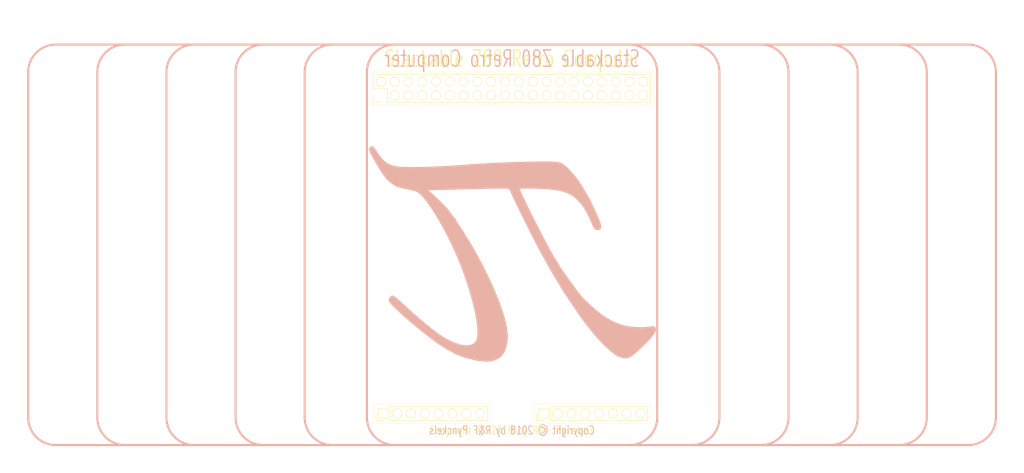
<source format=kicad_pcb>
(kicad_pcb (version 20171130) (host pcbnew "(5.0.1)-3")

  (general
    (thickness 1.6)
    (drawings 200)
    (tracks 0)
    (zones 0)
    (modules 1)
    (nets 1)
  )

  (page A4)
  (title_block
    (title "S80 - Stackable Z80")
    (date 2018-10-22)
    (rev 1.0)
    (comment 1 "Copyright (c) 2018 by R&F Pynckels")
  )

  (layers
    (0 F.Cu signal)
    (31 B.Cu signal)
    (34 B.Paste user)
    (35 F.Paste user)
    (36 B.SilkS user)
    (37 F.SilkS user)
    (38 B.Mask user)
    (39 F.Mask user)
    (40 Dwgs.User user)
    (44 Edge.Cuts user)
    (45 Margin user)
    (46 B.CrtYd user)
    (47 F.CrtYd user)
    (48 B.Fab user)
    (49 F.Fab user)
  )

  (setup
    (last_trace_width 0.1524)
    (user_trace_width 0.254)
    (user_trace_width 0.254)
    (user_trace_width 0.254)
    (user_trace_width 0.254)
    (user_trace_width 0.254)
    (user_trace_width 0.254)
    (user_trace_width 0.254)
    (user_trace_width 0.254)
    (user_trace_width 0.254)
    (user_trace_width 0.254)
    (user_trace_width 0.254)
    (user_trace_width 0.254)
    (user_trace_width 0.254)
    (user_trace_width 0.254)
    (user_trace_width 0.254)
    (user_trace_width 0.254)
    (user_trace_width 0.254)
    (user_trace_width 0.254)
    (user_trace_width 0.254)
    (user_trace_width 0.254)
    (user_trace_width 0.254)
    (user_trace_width 0.254)
    (user_trace_width 0.254)
    (user_trace_width 0.254)
    (user_trace_width 0.254)
    (user_trace_width 0.254)
    (user_trace_width 0.254)
    (user_trace_width 0.254)
    (user_trace_width 0.254)
    (user_trace_width 0.254)
    (user_trace_width 0.254)
    (user_trace_width 0.254)
    (user_trace_width 0.254)
    (user_trace_width 0.254)
    (user_trace_width 0.254)
    (user_trace_width 0.254)
    (user_trace_width 0.254)
    (user_trace_width 0.254)
    (user_trace_width 0.254)
    (user_trace_width 0.254)
    (user_trace_width 0.254)
    (user_trace_width 0.254)
    (user_trace_width 0.254)
    (user_trace_width 0.254)
    (user_trace_width 0.254)
    (user_trace_width 0.254)
    (trace_clearance 0.1524)
    (zone_clearance 0.1524)
    (zone_45_only yes)
    (trace_min 0.1524)
    (segment_width 0.2)
    (edge_width 0.2)
    (via_size 0.6858)
    (via_drill 0.3302)
    (via_min_size 0.508)
    (via_min_drill 0.254)
    (uvia_size 0.6858)
    (uvia_drill 0.3302)
    (uvias_allowed no)
    (uvia_min_size 0.2)
    (uvia_min_drill 0.1)
    (pcb_text_width 0.3)
    (pcb_text_size 1.5 1.5)
    (mod_edge_width 0.15)
    (mod_text_size 1 1)
    (mod_text_width 0.15)
    (pad_size 1.7 1.7)
    (pad_drill 1)
    (pad_to_mask_clearance 0.0508)
    (solder_mask_min_width 0.25)
    (aux_axis_origin 0 0)
    (visible_elements 7FFFF77F)
    (pcbplotparams
      (layerselection 0x010f0_ffffffff)
      (usegerberextensions true)
      (usegerberattributes true)
      (usegerberadvancedattributes false)
      (creategerberjobfile false)
      (excludeedgelayer true)
      (linewidth 0.150000)
      (plotframeref false)
      (viasonmask false)
      (mode 1)
      (useauxorigin false)
      (hpglpennumber 1)
      (hpglpenspeed 20)
      (hpglpendiameter 15.000000)
      (psnegative false)
      (psa4output false)
      (plotreference true)
      (plotvalue true)
      (plotinvisibletext false)
      (padsonsilk false)
      (subtractmaskfromsilk false)
      (outputformat 1)
      (mirror false)
      (drillshape 0)
      (scaleselection 1)
      (outputdirectory "../../Gerbers/S80 Serial/"))
  )

  (net 0 "")

  (net_class Default "This is the default net class."
    (clearance 0.1524)
    (trace_width 0.1524)
    (via_dia 0.6858)
    (via_drill 0.3302)
    (uvia_dia 0.6858)
    (uvia_drill 0.3302)
    (diff_pair_gap 0.254)
    (diff_pair_width 0.254)
  )

  (module Pynckels:pi (layer B.Cu) (tedit 0) (tstamp 5BEBEB57)
    (at 150.749 104.14 180)
    (fp_text reference G*** (at 0 0 180) (layer B.SilkS) hide
      (effects (font (size 1.524 1.524) (thickness 0.3)) (justify mirror))
    )
    (fp_text value LOGO (at 0.75 0 180) (layer B.SilkS) hide
      (effects (font (size 1.524 1.524) (thickness 0.3)) (justify mirror))
    )
    (fp_poly (pts (xy 26.685906 19.414938) (xy 26.948481 19.23181) (xy 27.132005 19.022302) (xy 27.178549 18.825269)
      (xy 27.095306 18.524708) (xy 27.00644 18.297296) (xy 26.811077 17.884526) (xy 26.487382 17.282321)
      (xy 26.072608 16.554261) (xy 25.604006 15.763927) (xy 25.11883 14.974897) (xy 24.654332 14.250753)
      (xy 24.498601 14.017081) (xy 23.842557 13.229348) (xy 23.021589 12.514116) (xy 22.252807 12.029422)
      (xy 21.885388 11.890209) (xy 21.314411 11.727419) (xy 20.634669 11.566681) (xy 20.259524 11.490476)
      (xy 19.569141 11.344461) (xy 18.9451 11.186717) (xy 18.478309 11.0414) (xy 18.321349 10.975428)
      (xy 17.816484 10.605742) (xy 17.218235 9.984089) (xy 16.544081 9.13983) (xy 15.811502 8.102323)
      (xy 15.037979 6.900926) (xy 14.240991 5.564999) (xy 13.438019 4.1239) (xy 12.64654 2.606987)
      (xy 11.884037 1.04362) (xy 11.167988 -0.536843) (xy 10.515874 -2.105043) (xy 10.48146 -2.192262)
      (xy 9.741499 -4.158218) (xy 9.087659 -6.067576) (xy 8.524871 -7.896355) (xy 8.058068 -9.620577)
      (xy 7.692178 -11.216263) (xy 7.432134 -12.659435) (xy 7.282866 -13.926113) (xy 7.249305 -14.99232)
      (xy 7.336383 -15.834076) (xy 7.549029 -16.427403) (xy 7.552858 -16.433729) (xy 8.004044 -16.899566)
      (xy 8.642916 -17.156394) (xy 9.444135 -17.209807) (xy 10.382364 -17.065399) (xy 11.432264 -16.728766)
      (xy 12.568497 -16.205502) (xy 13.765725 -15.501201) (xy 14.687093 -14.858532) (xy 15.751082 -14.036194)
      (xy 16.951509 -13.057708) (xy 18.21544 -11.98509) (xy 19.469939 -10.880359) (xy 20.64207 -9.805531)
      (xy 20.757483 -9.696851) (xy 21.398659 -9.107935) (xy 21.970325 -8.614122) (xy 22.43159 -8.248587)
      (xy 22.741563 -8.044503) (xy 22.832867 -8.013095) (xy 23.16404 -8.146618) (xy 23.41473 -8.477642)
      (xy 23.522869 -8.901847) (xy 23.499841 -9.134147) (xy 23.340412 -9.398955) (xy 22.970416 -9.822602)
      (xy 22.419073 -10.379705) (xy 21.715599 -11.044881) (xy 20.889215 -11.792749) (xy 19.969138 -12.597926)
      (xy 18.984586 -13.435029) (xy 17.964779 -14.278677) (xy 16.938935 -15.103487) (xy 15.936273 -15.884076)
      (xy 14.98601 -16.595062) (xy 14.548557 -16.910208) (xy 12.80971 -18.039533) (xy 11.122715 -18.910889)
      (xy 9.430118 -19.54824) (xy 7.674466 -19.97555) (xy 6.906024 -20.097938) (xy 6.107417 -20.196996)
      (xy 5.518884 -20.238157) (xy 5.053383 -20.21969) (xy 4.623867 -20.139861) (xy 4.296188 -20.045973)
      (xy 3.505356 -19.734203) (xy 2.910699 -19.328023) (xy 2.460364 -18.770007) (xy 2.102498 -18.002731)
      (xy 1.904467 -17.397261) (xy 1.711912 -16.467057) (xy 1.662215 -15.442706) (xy 1.760143 -14.295446)
      (xy 2.010462 -12.996513) (xy 2.417937 -11.517142) (xy 2.987335 -9.82857) (xy 3.296507 -8.995833)
      (xy 3.602932 -8.221955) (xy 3.980056 -7.317477) (xy 4.390681 -6.36728) (xy 4.797612 -5.456242)
      (xy 5.163653 -4.669245) (xy 5.416663 -4.157738) (xy 5.695132 -3.607673) (xy 5.974648 -3.035402)
      (xy 6.016046 -2.948214) (xy 6.211632 -2.558376) (xy 6.509678 -1.993249) (xy 6.863455 -1.340558)
      (xy 7.103262 -0.907143) (xy 7.493001 -0.208132) (xy 7.884153 0.494974) (xy 8.218927 1.098223)
      (xy 8.364116 1.360714) (xy 8.675322 1.896582) (xy 8.992546 2.39926) (xy 9.174041 2.660105)
      (xy 9.399793 2.984682) (xy 9.519301 3.202602) (xy 9.525 3.228183) (xy 9.605582 3.388097)
      (xy 9.822279 3.73645) (xy 10.137517 4.21416) (xy 10.356547 4.535715) (xy 10.713292 5.066677)
      (xy 10.993462 5.508446) (xy 11.159247 5.800037) (xy 11.188095 5.876802) (xy 11.291762 6.073436)
      (xy 11.424246 6.206582) (xy 11.628699 6.431349) (xy 11.926224 6.821789) (xy 12.212513 7.234368)
      (xy 12.674844 7.837741) (xy 13.355976 8.592508) (xy 14.230242 9.472106) (xy 15.271974 10.449974)
      (xy 15.648214 10.789791) (xy 16.252976 11.331104) (xy 15.345833 11.332035) (xy 14.999422 11.336508)
      (xy 14.388088 11.348893) (xy 13.549163 11.368258) (xy 12.519976 11.393672) (xy 11.337857 11.424202)
      (xy 10.040135 11.458916) (xy 8.664141 11.496883) (xy 8.060612 11.513894) (xy 6.368459 11.559439)
      (xy 4.960387 11.591693) (xy 3.818391 11.610692) (xy 2.924464 11.616469) (xy 2.260601 11.609061)
      (xy 1.808796 11.588501) (xy 1.551042 11.554825) (xy 1.479859 11.52662) (xy 1.300204 11.281033)
      (xy 1.110426 10.88456) (xy 1.071654 10.781887) (xy 0.951343 10.498229) (xy 0.714127 9.984259)
      (xy 0.37948 9.279545) (xy -0.033128 8.423654) (xy -0.504223 7.456156) (xy -1.014334 6.416617)
      (xy -1.543988 5.344607) (xy -2.073713 4.279694) (xy -2.584036 3.261446) (xy -3.055487 2.329431)
      (xy -3.468592 1.523218) (xy -3.750676 0.982738) (xy -4.2906 -0.027212) (xy -4.859243 -1.069919)
      (xy -5.432873 -2.103776) (xy -5.987758 -3.087176) (xy -6.500167 -3.978511) (xy -6.946366 -4.736175)
      (xy -7.302624 -5.318559) (xy -7.54521 -5.684056) (xy -7.578187 -5.727709) (xy -7.780448 -6.022813)
      (xy -7.861905 -6.214778) (xy -7.94 -6.403437) (xy -8.13965 -6.747085) (xy -8.295515 -6.988139)
      (xy -8.520715 -7.325528) (xy -8.87627 -7.859851) (xy -9.325531 -8.535961) (xy -9.831853 -9.298712)
      (xy -10.274702 -9.966417) (xy -11.567826 -11.850388) (xy -12.838882 -13.572147) (xy -14.071777 -15.11364)
      (xy -15.25042 -16.456813) (xy -16.358719 -17.583612) (xy -17.380582 -18.475984) (xy -18.299916 -19.115874)
      (xy -18.556026 -19.257302) (xy -19.033668 -19.442736) (xy -19.592383 -19.581347) (xy -19.703474 -19.598924)
      (xy -20.100505 -19.615996) (xy -20.489744 -19.536618) (xy -20.913615 -19.335581) (xy -21.414544 -18.987673)
      (xy -22.034957 -18.467683) (xy -22.817278 -17.7504) (xy -22.822608 -17.745392) (xy -23.828437 -16.763586)
      (xy -24.61047 -15.920201) (xy -25.161842 -15.223718) (xy -25.475691 -14.682617) (xy -25.551191 -14.373758)
      (xy -25.488213 -13.959727) (xy -25.272079 -13.739368) (xy -24.861984 -13.692758) (xy -24.326327 -13.775747)
      (xy -23.586623 -13.867181) (xy -22.656299 -13.883656) (xy -21.636002 -13.831443) (xy -20.62638 -13.71681)
      (xy -19.728078 -13.546028) (xy -19.451562 -13.472079) (xy -18.590907 -13.189892) (xy -17.812313 -12.863036)
      (xy -17.017305 -12.443911) (xy -16.107407 -11.884915) (xy -15.930317 -11.770008) (xy -15.379065 -11.371734)
      (xy -14.7091 -10.82923) (xy -13.976458 -10.194216) (xy -13.237172 -9.518413) (xy -12.547278 -8.853539)
      (xy -11.962811 -8.251316) (xy -11.539807 -7.763463) (xy -11.433508 -7.619484) (xy -11.195417 -7.284476)
      (xy -10.837419 -6.795881) (xy -10.423238 -6.240352) (xy -10.266083 -6.031984) (xy -9.867078 -5.493691)
      (xy -9.422938 -4.876591) (xy -8.968067 -4.230756) (xy -8.536869 -3.606258) (xy -8.163749 -3.053167)
      (xy -7.883112 -2.621555) (xy -7.729361 -2.361492) (xy -7.710714 -2.312975) (xy -7.631401 -2.153381)
      (xy -7.435478 -1.853337) (xy -7.383779 -1.779802) (xy -7.070876 -1.296822) (xy -6.647216 -0.577837)
      (xy -6.13206 0.340158) (xy -5.544667 1.420166) (xy -4.904297 2.62519) (xy -4.230208 3.918235)
      (xy -3.541661 5.262304) (xy -2.857916 6.620401) (xy -2.198231 7.955529) (xy -1.581867 9.230693)
      (xy -1.028082 10.408895) (xy -0.947766 10.583334) (xy -0.496728 11.566072) (xy -1.873662 11.612831)
      (xy -2.557852 11.618745) (xy -3.435824 11.601253) (xy -4.400163 11.563686) (xy -5.343453 11.509375)
      (xy -5.449784 11.501916) (xy -6.940283 11.352604) (xy -8.182438 11.12304) (xy -9.224856 10.789997)
      (xy -10.116148 10.330248) (xy -10.904924 9.720567) (xy -11.639793 8.937727) (xy -12.118481 8.315476)
      (xy -12.418364 7.844811) (xy -12.784521 7.190084) (xy -13.168491 6.447003) (xy -13.521816 5.711276)
      (xy -13.796036 5.07861) (xy -13.898913 4.799137) (xy -14.181491 4.267483) (xy -14.583182 3.996206)
      (xy -15.047458 3.994043) (xy -15.317038 4.120134) (xy -15.464557 4.351094) (xy -15.484645 4.713544)
      (xy -15.371929 5.234101) (xy -15.121037 5.939386) (xy -14.726599 6.856015) (xy -14.275629 7.818746)
      (xy -13.996393 8.408408) (xy -13.774389 8.891907) (xy -13.637463 9.20772) (xy -13.607143 9.295857)
      (xy -13.53352 9.463839) (xy -13.348144 9.78807) (xy -13.252092 9.943778) (xy -12.9537 10.43881)
      (xy -12.631013 11.004176) (xy -12.530317 11.188095) (xy -11.938698 12.189173) (xy -11.252683 13.191356)
      (xy -10.515175 14.143549) (xy -9.769074 14.994652) (xy -9.057283 15.693568) (xy -8.422705 16.189198)
      (xy -8.239881 16.29818) (xy -7.844894 16.434447) (xy -7.2224 16.531183) (xy -6.339584 16.593037)
      (xy -6.086648 16.60316) (xy -5.350741 16.615643) (xy -4.36169 16.612105) (xy -3.168214 16.594239)
      (xy -1.819029 16.563741) (xy -0.362856 16.522305) (xy 1.151589 16.471626) (xy 2.675588 16.413398)
      (xy 4.160423 16.349316) (xy 5.557375 16.281076) (xy 6.817727 16.210371) (xy 7.89276 16.138895)
      (xy 8.391071 16.099556) (xy 10.176582 15.958869) (xy 11.963048 15.83922) (xy 13.716887 15.741476)
      (xy 15.404514 15.666501) (xy 16.992347 15.615161) (xy 18.446803 15.58832) (xy 19.734296 15.586843)
      (xy 20.821245 15.611596) (xy 21.674066 15.663443) (xy 22.255356 15.742438) (xy 23.062117 15.954938)
      (xy 23.720746 16.241838) (xy 24.29317 16.650455) (xy 24.84132 17.228103) (xy 25.427122 18.022101)
      (xy 25.623737 18.316054) (xy 25.957777 18.8045) (xy 26.247017 19.193243) (xy 26.438679 19.412153)
      (xy 26.46247 19.430533) (xy 26.685906 19.414938)) (layer B.SilkS) (width 0.01))
  )

  (gr_line (start 64.77 134.62) (end 67.31 137.16) (layer Dwgs.User) (width 0.2) (tstamp 5BEBF47A))
  (gr_line (start 64.77 137.16) (end 67.31 134.62) (layer Dwgs.User) (width 0.2) (tstamp 5BEBF479))
  (gr_line (start 77.47 134.62) (end 80.01 137.16) (layer Dwgs.User) (width 0.2) (tstamp 5BEBF47A))
  (gr_line (start 77.47 137.16) (end 80.01 134.62) (layer Dwgs.User) (width 0.2) (tstamp 5BEBF479))
  (gr_line (start 90.17 134.62) (end 92.71 137.16) (layer Dwgs.User) (width 0.2) (tstamp 5BEBF47A))
  (gr_line (start 90.17 137.16) (end 92.71 134.62) (layer Dwgs.User) (width 0.2) (tstamp 5BEBF479))
  (gr_line (start 102.87 134.62) (end 105.41 137.16) (layer Dwgs.User) (width 0.2) (tstamp 5BEBF47A))
  (gr_line (start 102.87 137.16) (end 105.41 134.62) (layer Dwgs.User) (width 0.2) (tstamp 5BEBF479))
  (gr_line (start 115.57 134.62) (end 118.11 137.16) (layer Dwgs.User) (width 0.2) (tstamp 5BEBF47A))
  (gr_line (start 115.57 137.16) (end 118.11 134.62) (layer Dwgs.User) (width 0.2) (tstamp 5BEBF479))
  (gr_line (start 181.61 134.62) (end 184.15 137.16) (layer Dwgs.User) (width 0.2) (tstamp 5BEBF47A))
  (gr_line (start 181.61 137.16) (end 184.15 134.62) (layer Dwgs.User) (width 0.2) (tstamp 5BEBF479))
  (gr_line (start 194.31 134.62) (end 196.85 137.16) (layer Dwgs.User) (width 0.2) (tstamp 5BEBF47A))
  (gr_line (start 194.31 137.16) (end 196.85 134.62) (layer Dwgs.User) (width 0.2) (tstamp 5BEBF479))
  (gr_line (start 207.01 134.62) (end 209.55 137.16) (layer Dwgs.User) (width 0.2) (tstamp 5BEBF47A))
  (gr_line (start 207.01 137.16) (end 209.55 134.62) (layer Dwgs.User) (width 0.2) (tstamp 5BEBF479))
  (gr_line (start 219.71 134.62) (end 222.25 137.16) (layer Dwgs.User) (width 0.2) (tstamp 5BEBF47A))
  (gr_line (start 219.71 137.16) (end 222.25 134.62) (layer Dwgs.User) (width 0.2) (tstamp 5BEBF479))
  (gr_line (start 232.41 134.62) (end 234.95 137.16) (layer Dwgs.User) (width 0.2) (tstamp 5BEBF47A))
  (gr_line (start 232.41 137.16) (end 234.95 134.62) (layer Dwgs.User) (width 0.2) (tstamp 5BEBF479))
  (gr_line (start 232.41 68.58) (end 234.95 71.12) (layer Dwgs.User) (width 0.2) (tstamp 5BEBF47A))
  (gr_line (start 232.41 71.12) (end 234.95 68.58) (layer Dwgs.User) (width 0.2) (tstamp 5BEBF479))
  (gr_line (start 219.71 68.58) (end 222.25 71.12) (layer Dwgs.User) (width 0.2) (tstamp 5BEBF47A))
  (gr_line (start 219.71 71.12) (end 222.25 68.58) (layer Dwgs.User) (width 0.2) (tstamp 5BEBF479))
  (gr_line (start 207.01 68.58) (end 209.55 71.12) (layer Dwgs.User) (width 0.2) (tstamp 5BEBF47A))
  (gr_line (start 207.01 71.12) (end 209.55 68.58) (layer Dwgs.User) (width 0.2) (tstamp 5BEBF479))
  (gr_line (start 194.31 68.58) (end 196.85 71.12) (layer Dwgs.User) (width 0.2) (tstamp 5BEBF47A))
  (gr_line (start 194.31 71.12) (end 196.85 68.58) (layer Dwgs.User) (width 0.2) (tstamp 5BEBF479))
  (gr_line (start 181.61 68.58) (end 184.15 71.12) (layer Dwgs.User) (width 0.2) (tstamp 5BEBF47A))
  (gr_line (start 181.61 71.12) (end 184.15 68.58) (layer Dwgs.User) (width 0.2) (tstamp 5BEBF479))
  (gr_line (start 115.57 68.58) (end 118.11 71.12) (layer Dwgs.User) (width 0.2) (tstamp 5BEBF47A))
  (gr_line (start 115.57 71.12) (end 118.11 68.58) (layer Dwgs.User) (width 0.2) (tstamp 5BEBF479))
  (gr_line (start 102.87 68.58) (end 105.41 71.12) (layer Dwgs.User) (width 0.2) (tstamp 5BEBF47A))
  (gr_line (start 102.87 71.12) (end 105.41 68.58) (layer Dwgs.User) (width 0.2) (tstamp 5BEBF479))
  (gr_line (start 90.17 68.58) (end 92.71 71.12) (layer Dwgs.User) (width 0.2) (tstamp 5BEBF47A))
  (gr_line (start 90.17 71.12) (end 92.71 68.58) (layer Dwgs.User) (width 0.2) (tstamp 5BEBF479))
  (gr_line (start 77.47 68.58) (end 80.01 71.12) (layer Dwgs.User) (width 0.2) (tstamp 5BEBF47A))
  (gr_line (start 77.47 71.12) (end 80.01 68.58) (layer Dwgs.User) (width 0.2) (tstamp 5BEBF479))
  (gr_line (start 64.77 68.58) (end 67.31 71.12) (layer Dwgs.User) (width 0.2) (tstamp 5BEBF47A))
  (gr_line (start 64.77 71.12) (end 67.31 68.58) (layer Dwgs.User) (width 0.2) (tstamp 5BEBF479))
  (gr_line (start 59.69 102.87) (end 55.88 102.87) (layer Dwgs.User) (width 0.2) (tstamp 5BEBE9FB))
  (gr_line (start 124.46 74.12) (end 127 74.12) (layer F.SilkS) (width 0.1) (tstamp 5BEBECE9))
  (gr_line (start 124.46 71.58) (end 124.46 74.12) (layer F.SilkS) (width 0.1) (tstamp 5BEBEBD5))
  (gr_circle (center 125.745633 72.85) (end 126.533033 72.5198) (layer F.SilkS) (width 0.1) (tstamp 5BEBECFE))
  (gr_line (start 175.26 71.58) (end 124.46 71.58) (layer F.SilkS) (width 0.1) (tstamp 5BEBECC8))
  (gr_line (start 127.4826 132.5692) (end 127.4826 135.1854) (layer F.SilkS) (width 0.1) (tstamp 5BEBF518))
  (gr_line (start 127.4826 132.5692) (end 145.3134 132.5946) (layer F.SilkS) (width 0.1) (tstamp 5BEBF533))
  (gr_line (start 126.1872 135.2108) (end 124.8664 135.2108) (layer F.SilkS) (width 0.1) (tstamp 5BEBF52D))
  (gr_line (start 145.3134 132.5946) (end 145.3134 135.2108) (layer F.SilkS) (width 0.1) (tstamp 5BEBF527))
  (gr_line (start 124.8664 135.2108) (end 124.8664 133.89) (layer F.SilkS) (width 0.1) (tstamp 5BEBF524))
  (gr_line (start 145.7706 132.112) (end 124.4346 132.112) (layer F.SilkS) (width 0.05) (tstamp 5BEBF521))
  (gr_line (start 145.7706 135.668) (end 145.7706 132.112) (layer F.SilkS) (width 0.05) (tstamp 5BEBF51E))
  (gr_line (start 145.3134 135.2108) (end 127.4826 135.1854) (layer F.SilkS) (width 0.1) (tstamp 5BEBF536))
  (gr_circle (center 131.2926 133.89) (end 132.1054 133.6106) (layer F.SilkS) (width 0.1) (tstamp 5BEBF51B))
  (gr_circle (center 141.4526 133.89) (end 140.9192 133.1788) (layer F.SilkS) (width 0.1) (tstamp 5BEBF52A))
  (gr_circle (center 143.9926 133.89) (end 143.129 133.9154) (layer F.SilkS) (width 0.1) (tstamp 5BEBF530))
  (gr_circle (center 136.3472 133.89) (end 135.5852 133.4582) (layer F.SilkS) (width 0.1) (tstamp 5BEBF539))
  (gr_line (start 124.4346 135.668) (end 145.7706 135.668) (layer F.SilkS) (width 0.05) (tstamp 5BEBF560))
  (gr_circle (center 138.9126 133.8646) (end 138.2268 133.3566) (layer F.SilkS) (width 0.1) (tstamp 5BEBF54B))
  (gr_line (start 127.0762 134.7536) (end 127.0762 133.0264) (layer F.SilkS) (width 0.1) (tstamp 5BEBF548))
  (gr_line (start 127.0762 133.0264) (end 125.3236 133.0264) (layer F.SilkS) (width 0.1) (tstamp 5BEBF55A))
  (gr_line (start 125.3236 133.0264) (end 125.3236 134.7536) (layer F.SilkS) (width 0.1) (tstamp 5BEBF554))
  (gr_circle (center 133.858 133.89) (end 133.1722 133.3312) (layer F.SilkS) (width 0.1) (tstamp 5BEBF557))
  (gr_line (start 125.3236 134.7536) (end 127.0762 134.7536) (layer F.SilkS) (width 0.1) (tstamp 5BEBF545))
  (gr_circle (center 128.778 133.89) (end 128.016 133.4328) (layer F.SilkS) (width 0.1) (tstamp 5BEBF53C))
  (gr_line (start 124.4346 132.112) (end 124.4346 135.668) (layer F.SilkS) (width 0.05) (tstamp 5BEBF55D))
  (dimension 73.654524 (width 0.1) (layer Dwgs.User) (tstamp 5BEBED17)
    (gr_text "2.8998 in" (at 171.014524 102.872738 270) (layer Dwgs.User) (tstamp 5BEBED17)
      (effects (font (size 1.5 1.5) (thickness 0.1)) (justify mirror))
    )
    (feature1 (pts (xy 175.26 139.7) (xy 172.128103 139.7)))
    (feature2 (pts (xy 175.26 66.045476) (xy 172.128103 66.045476)))
    (crossbar (pts (xy 172.714524 66.045476) (xy 172.714524 139.7)))
    (arrow1a (pts (xy 172.714524 139.7) (xy 172.128103 138.573496)))
    (arrow1b (pts (xy 172.714524 139.7) (xy 173.300945 138.573496)))
    (arrow2a (pts (xy 172.714524 66.045476) (xy 172.128103 67.17198)))
    (arrow2b (pts (xy 172.714524 66.045476) (xy 173.300945 67.17198)))
  )
  (dimension 73.66 (width 0.1) (layer Dwgs.User) (tstamp 5BEBF540)
    (gr_text "73.660 mm" (at 128.7 102.87 90) (layer Dwgs.User) (tstamp 5BEBF541)
      (effects (font (size 1.5 1.5) (thickness 0.1)) (justify mirror))
    )
    (feature1 (pts (xy 124.46 66.04) (xy 127.586421 66.04)))
    (feature2 (pts (xy 124.46 139.7) (xy 127.586421 139.7)))
    (crossbar (pts (xy 127 139.7) (xy 127 66.04)))
    (arrow1a (pts (xy 127 66.04) (xy 127.586421 67.166504)))
    (arrow1b (pts (xy 127 66.04) (xy 126.413579 67.166504)))
    (arrow2a (pts (xy 127 139.7) (xy 127.586421 138.573496)))
    (arrow2b (pts (xy 127 139.7) (xy 126.413579 138.573496)))
  )
  (gr_text "Copyright © 2018 by R&F Pynckels" (at 149.82952 136.97712) (layer B.SilkS) (tstamp 5BEBECBC)
    (effects (font (size 1.5 1.1) (thickness 0.15)) (justify mirror))
  )
  (gr_text "Stackable Z80 Retro Computer" (at 149.86 68.6402) (layer B.SilkS) (tstamp 5BEBECB9)
    (effects (font (size 3 2) (thickness 0.25)) (justify mirror))
  )
  (gr_text "Copyright © 2018 by R&F Pynckels" (at 149.82952 136.97712) (layer F.SilkS) (tstamp 5BEBECAD)
    (effects (font (size 1.5 1.1) (thickness 0.15)))
  )
  (gr_text "Stackable Z80 Retro Computer" (at 149.86 68.6402) (layer F.SilkS) (tstamp 5BEBECB6)
    (effects (font (size 3 2) (thickness 0.25)))
  )
  (dimension 177.8 (width 0.1) (layer Dwgs.User) (tstamp 5BEBF54F)
    (gr_text "7.0 in" (at 149.86 131.25) (layer Dwgs.User) (tstamp 5BEBF550)
      (effects (font (size 1.5 1.5) (thickness 0.1)) (justify mirror))
    )
    (feature1 (pts (xy 60.96 133.35) (xy 60.96 132.763579)))
    (feature2 (pts (xy 238.76 133.35) (xy 238.76 132.763579)))
    (crossbar (pts (xy 238.76 133.35) (xy 60.96 133.35)))
    (arrow1a (pts (xy 60.96 133.35) (xy 62.086504 132.763579)))
    (arrow1b (pts (xy 60.96 133.35) (xy 62.086504 133.936421)))
    (arrow2a (pts (xy 238.76 133.35) (xy 237.633496 132.763579)))
    (arrow2b (pts (xy 238.76 133.35) (xy 237.633496 133.936421)))
  )
  (dimension 177.8 (width 0.1) (layer Dwgs.User) (tstamp 5BEBED1D)
    (gr_text "177.8 mm" (at 149.86 74.49) (layer Dwgs.User) (tstamp 5BEBED1D)
      (effects (font (size 1.5 1.5) (thickness 0.1)) (justify mirror))
    )
    (feature1 (pts (xy 238.76 72.39) (xy 238.76 72.976421)))
    (feature2 (pts (xy 60.96 72.39) (xy 60.96 72.976421)))
    (crossbar (pts (xy 60.96 72.39) (xy 238.76 72.39)))
    (arrow1a (pts (xy 238.76 72.39) (xy 237.633496 72.976421)))
    (arrow1b (pts (xy 238.76 72.39) (xy 237.633496 71.803579)))
    (arrow2a (pts (xy 60.96 72.39) (xy 62.086504 72.976421)))
    (arrow2b (pts (xy 60.96 72.39) (xy 62.086504 71.803579)))
  )
  (gr_line (start 233.68 66.04) (end 66.04 66.04) (layer B.SilkS) (width 0.4) (tstamp 5BEBED25))
  (gr_line (start 233.68 139.7) (end 66.04 139.7) (layer B.SilkS) (width 0.4) (tstamp 5BEBED4C))
  (gr_arc (start 66.04 134.62) (end 60.96 134.62) (angle -90) (layer B.SilkS) (width 0.4) (tstamp 5BEBED52))
  (gr_arc (start 66.04 71.12) (end 66.04 66.04) (angle -90) (layer B.SilkS) (width 0.4) (tstamp 5BEBED3A))
  (gr_line (start 60.96 71.12) (end 60.96 134.62) (layer B.SilkS) (width 0.4) (tstamp 5BEBED43))
  (gr_arc (start 233.68 134.62) (end 233.68 139.7) (angle -90) (layer B.SilkS) (width 0.4) (tstamp 5BEBED37))
  (gr_line (start 238.76 71.12) (end 238.76 134.62) (layer B.SilkS) (width 0.4) (tstamp 5BEBED31))
  (gr_arc (start 233.68 71.12) (end 238.76 71.12) (angle -90) (layer B.SilkS) (width 0.4) (tstamp 5BEBED2B))
  (gr_circle (center 171.440233 75.39) (end 172.227633 75.0598) (layer F.SilkS) (width 0.1) (tstamp 5BEBED91))
  (gr_circle (center 140.960233 75.39) (end 141.747633 75.0598) (layer F.SilkS) (width 0.1) (tstamp 5BEBED6D))
  (gr_circle (center 156.200233 75.39) (end 156.987633 75.0598) (layer F.SilkS) (width 0.1) (tstamp 5BEBED79))
  (gr_circle (center 173.974367 75.39) (end 174.761767 75.0598) (layer F.SilkS) (width 0.1) (tstamp 5BEBED85))
  (gr_circle (center 173.980233 72.85) (end 174.767633 72.5198) (layer F.SilkS) (width 0.1) (tstamp 5BEBED97))
  (gr_circle (center 171.440233 72.85) (end 172.227633 72.5198) (layer F.SilkS) (width 0.1) (tstamp 5BEBED76))
  (gr_circle (center 166.354367 72.85) (end 167.141767 72.5198) (layer F.SilkS) (width 0.1) (tstamp 5BEBED8B))
  (gr_circle (center 161.254833 72.85) (end 162.042233 72.5198) (layer F.SilkS) (width 0.1) (tstamp 5BEBED8E))
  (gr_circle (center 168.894367 75.39) (end 169.681767 75.0598) (layer F.SilkS) (width 0.1) (tstamp 5BEBED88))
  (gr_circle (center 166.328967 75.39) (end 167.116367 75.0598) (layer F.SilkS) (width 0.1) (tstamp 5BEBED94))
  (gr_circle (center 158.734367 75.39) (end 159.521767 75.0598) (layer F.SilkS) (width 0.1) (tstamp 5BEBED82))
  (gr_circle (center 163.820233 72.85) (end 164.607633 72.5198) (layer F.SilkS) (width 0.1) (tstamp 5BEBED70))
  (gr_circle (center 161.274367 75.39) (end 162.061767 75.0598) (layer F.SilkS) (width 0.1) (tstamp 5BEBED7F))
  (gr_circle (center 163.814367 75.39) (end 164.601767 75.0598) (layer F.SilkS) (width 0.1) (tstamp 5BEBED6A))
  (gr_circle (center 158.740233 72.85) (end 159.527633 72.5198) (layer F.SilkS) (width 0.1) (tstamp 5BEBED5B))
  (gr_circle (center 168.894367 72.85) (end 169.681767 72.5198) (layer F.SilkS) (width 0.1) (tstamp 5BEBED7C))
  (gr_circle (center 156.200233 72.85) (end 156.987633 72.5198) (layer F.SilkS) (width 0.1) (tstamp 5BEBED73))
  (gr_circle (center 151.088967 75.39) (end 151.876367 75.0598) (layer F.SilkS) (width 0.1) (tstamp 5BEBED67))
  (gr_circle (center 143.500233 72.85) (end 144.287633 72.5198) (layer F.SilkS) (width 0.1) (tstamp 5BEBED64))
  (gr_circle (center 143.494367 75.39) (end 144.281767 75.0598) (layer F.SilkS) (width 0.1) (tstamp 5BEBED61))
  (gr_circle (center 140.960233 72.85) (end 141.747633 72.5198) (layer F.SilkS) (width 0.1) (tstamp 5BEBED5E))
  (gr_circle (center 153.654367 75.39) (end 154.441767 75.0598) (layer F.SilkS) (width 0.1) (tstamp 5BEBED58))
  (gr_circle (center 153.654367 72.85) (end 154.441767 72.5198) (layer F.SilkS) (width 0.1) (tstamp 5BEBED55))
  (gr_circle (center 146.014833 72.85) (end 146.802233 72.5198) (layer F.SilkS) (width 0.1) (tstamp 5BEBECD4))
  (gr_circle (center 148.580233 72.85) (end 149.367633 72.5198) (layer F.SilkS) (width 0.1) (tstamp 5BEBECF2))
  (gr_circle (center 146.034367 75.39) (end 146.821767 75.0598) (layer F.SilkS) (width 0.1) (tstamp 5BEBECC5))
  (gr_circle (center 148.574367 75.39) (end 149.361767 75.0598) (layer F.SilkS) (width 0.1) (tstamp 5BEBECE6))
  (gr_circle (center 151.114367 72.85) (end 151.901767 72.5198) (layer F.SilkS) (width 0.1) (tstamp 5BEBECE3))
  (gr_circle (center 128.285633 72.85) (end 129.073033 72.5198) (layer F.SilkS) (width 0.1) (tstamp 5BEBECFB))
  (gr_circle (center 130.800233 72.85) (end 131.587633 72.5198) (layer F.SilkS) (width 0.1) (tstamp 5BEBED01))
  (gr_circle (center 133.365633 72.85) (end 134.153033 72.5198) (layer F.SilkS) (width 0.1) (tstamp 5BEBECD1))
  (gr_circle (center 135.899767 72.85) (end 136.687167 72.5198) (layer F.SilkS) (width 0.1) (tstamp 5BEBECF8))
  (gr_circle (center 138.439767 72.85) (end 139.227167 72.5198) (layer F.SilkS) (width 0.1) (tstamp 5BEBECEC))
  (gr_circle (center 138.439767 75.39) (end 139.227167 75.0598) (layer F.SilkS) (width 0.1) (tstamp 5BEBECC2))
  (gr_circle (center 135.874367 75.39) (end 136.661767 75.0598) (layer F.SilkS) (width 0.1) (tstamp 5BEBECDD))
  (gr_circle (center 133.359767 75.39) (end 134.147167 75.0598) (layer F.SilkS) (width 0.1) (tstamp 5BEBECD7))
  (gr_circle (center 130.819767 75.39) (end 131.607167 75.0598) (layer F.SilkS) (width 0.1) (tstamp 5BEBECCE))
  (gr_circle (center 128.279767 75.39) (end 129.067167 75.0598) (layer F.SilkS) (width 0.1) (tstamp 5BEBECCB))
  (gr_line (start 124.46 76.66) (end 125.73 76.66) (layer F.SilkS) (width 0.1) (tstamp 5BEBECE0))
  (gr_line (start 124.46 75.39) (end 124.46 76.66) (layer F.SilkS) (width 0.1) (tstamp 5BEBECDA))
  (gr_line (start 175.26 76.66) (end 175.26 71.58) (layer F.SilkS) (width 0.1) (tstamp 5BEBECBF))
  (gr_line (start 127 76.66) (end 175.26 76.66) (layer F.SilkS) (width 0.1) (tstamp 5BEBECF5))
  (gr_line (start 127 74.12) (end 127 76.66) (layer F.SilkS) (width 0.1) (tstamp 5BEBECEF))
  (gr_line (start 175.768 71.072) (end 123.952 71.072) (layer F.SilkS) (width 0.05) (tstamp 5BEBEBDE))
  (gr_line (start 175.768 77.168) (end 175.768 71.072) (layer F.SilkS) (width 0.05) (tstamp 5BEBEBCC))
  (gr_line (start 123.952 77.168) (end 175.768 77.168) (layer F.SilkS) (width 0.05) (tstamp 5BEBEBD8))
  (gr_line (start 123.952 71.072) (end 123.952 77.168) (layer F.SilkS) (width 0.05) (tstamp 5BEBEBCF))
  (gr_line (start 175.2346 132.112) (end 153.8986 132.112) (layer F.SilkS) (width 0.05) (tstamp 5BEBEBC9))
  (gr_line (start 175.2346 135.668) (end 175.2346 132.112) (layer F.SilkS) (width 0.05) (tstamp 5BEBEBC0))
  (gr_line (start 153.8986 135.668) (end 175.2346 135.668) (layer F.SilkS) (width 0.05) (tstamp 5BEBEBEA))
  (gr_line (start 153.8986 132.112) (end 153.8986 135.668) (layer F.SilkS) (width 0.05) (tstamp 5BEBEBE7))
  (gr_circle (center 173.4566 133.89) (end 172.593 133.9154) (layer F.SilkS) (width 0.1) (tstamp 5BEBEBC6))
  (gr_circle (center 170.9166 133.89) (end 170.3832 133.1788) (layer F.SilkS) (width 0.1) (tstamp 5BEBEBD2))
  (gr_circle (center 168.3766 133.8646) (end 167.6908 133.3566) (layer F.SilkS) (width 0.1) (tstamp 5BEBEBB7))
  (gr_circle (center 165.8112 133.89) (end 165.0492 133.4582) (layer F.SilkS) (width 0.1) (tstamp 5BEBEBC3))
  (gr_circle (center 163.322 133.89) (end 162.6362 133.3312) (layer F.SilkS) (width 0.1) (tstamp 5BEBEBBD))
  (gr_circle (center 160.7566 133.89) (end 161.5694 133.6106) (layer F.SilkS) (width 0.1) (tstamp 5BEBEBBA))
  (gr_circle (center 158.242 133.89) (end 157.48 133.4328) (layer F.SilkS) (width 0.1) (tstamp 5BEBEBE4))
  (gr_line (start 154.7876 134.7536) (end 156.5402 134.7536) (layer F.SilkS) (width 0.1) (tstamp 5BEBEBE1))
  (gr_line (start 154.7876 133.0264) (end 154.7876 134.7536) (layer F.SilkS) (width 0.1) (tstamp 5BEBEBA8))
  (gr_line (start 156.5402 133.0264) (end 154.7876 133.0264) (layer F.SilkS) (width 0.1) (tstamp 5BEBEBB4))
  (gr_line (start 156.5402 134.7536) (end 156.5402 133.0264) (layer F.SilkS) (width 0.1) (tstamp 5BEBEBB1))
  (gr_line (start 174.7774 135.2108) (end 156.9466 135.1854) (layer F.SilkS) (width 0.1) (tstamp 5BEBEBAE))
  (gr_line (start 174.7774 132.5946) (end 174.7774 135.2108) (layer F.SilkS) (width 0.1) (tstamp 5BEBEBDB))
  (gr_line (start 156.9466 132.5692) (end 174.7774 132.5946) (layer F.SilkS) (width 0.1) (tstamp 5BEBEBAB))
  (gr_line (start 156.9466 132.5692) (end 156.9466 135.1854) (layer F.SilkS) (width 0.1) (tstamp 5BEBEA91))
  (gr_line (start 154.3304 135.2108) (end 154.3304 133.89) (layer F.SilkS) (width 0.1) (tstamp 5BEBEAA9))
  (gr_line (start 155.6512 135.2108) (end 154.3304 135.2108) (layer F.SilkS) (width 0.1) (tstamp 5BEBEA9A))
  (dimension 53.34 (width 0.1) (layer Dwgs.User) (tstamp 5BEBEAA4)
    (gr_text "2.1 in" (at 149.86 105.85) (layer Dwgs.User) (tstamp 5BEBEAA4)
      (effects (font (size 1.5 1.5) (thickness 0.1)) (justify mirror))
    )
    (feature1 (pts (xy 123.19 107.95) (xy 123.19 107.363579)))
    (feature2 (pts (xy 176.53 107.95) (xy 176.53 107.363579)))
    (crossbar (pts (xy 176.53 107.95) (xy 123.19 107.95)))
    (arrow1a (pts (xy 123.19 107.95) (xy 124.316504 107.363579)))
    (arrow1b (pts (xy 123.19 107.95) (xy 124.316504 108.536421)))
    (arrow2a (pts (xy 176.53 107.95) (xy 175.403496 107.363579)))
    (arrow2b (pts (xy 176.53 107.95) (xy 175.403496 108.536421)))
  )
  (dimension 53.34 (width 0.1) (layer Dwgs.User) (tstamp 5BEBEABC)
    (gr_text "53.3 mm" (at 149.86 99.89) (layer Dwgs.User) (tstamp 5BEBEABC)
      (effects (font (size 1.5 1.5) (thickness 0.1)) (justify mirror))
    )
    (feature1 (pts (xy 176.53 97.79) (xy 176.53 98.376421)))
    (feature2 (pts (xy 123.19 97.79) (xy 123.19 98.376421)))
    (crossbar (pts (xy 123.19 97.79) (xy 176.53 97.79)))
    (arrow1a (pts (xy 176.53 97.79) (xy 175.403496 98.376421)))
    (arrow1b (pts (xy 176.53 97.79) (xy 175.403496 97.203579)))
    (arrow2a (pts (xy 123.19 97.79) (xy 124.316504 98.376421)))
    (arrow2b (pts (xy 123.19 97.79) (xy 124.316504 97.203579)))
  )
  (dimension 76.2 (width 0.1) (layer Dwgs.User) (tstamp 5BEBEA95)
    (gr_text "76.2 mm" (at 149.86 94.81) (layer Dwgs.User) (tstamp 5BEBEA95)
      (effects (font (size 1.5 1.5) (thickness 0.1)) (justify mirror))
    )
    (feature1 (pts (xy 187.96 92.71) (xy 187.96 93.296421)))
    (feature2 (pts (xy 111.76 92.71) (xy 111.76 93.296421)))
    (crossbar (pts (xy 111.76 92.71) (xy 187.96 92.71)))
    (arrow1a (pts (xy 187.96 92.71) (xy 186.833496 93.296421)))
    (arrow1b (pts (xy 187.96 92.71) (xy 186.833496 92.123579)))
    (arrow2a (pts (xy 111.76 92.71) (xy 112.886504 93.296421)))
    (arrow2b (pts (xy 111.76 92.71) (xy 112.886504 92.123579)))
  )
  (dimension 101.6 (width 0.1) (layer Dwgs.User) (tstamp 5BEBEA8C)
    (gr_text "101.6 mm" (at 149.86 89.73) (layer Dwgs.User) (tstamp 5BEBEA8C)
      (effects (font (size 1.5 1.5) (thickness 0.1)) (justify mirror))
    )
    (feature1 (pts (xy 200.66 87.63) (xy 200.66 88.216421)))
    (feature2 (pts (xy 99.06 87.63) (xy 99.06 88.216421)))
    (crossbar (pts (xy 99.06 87.63) (xy 200.66 87.63)))
    (arrow1a (pts (xy 200.66 87.63) (xy 199.533496 88.216421)))
    (arrow1b (pts (xy 200.66 87.63) (xy 199.533496 87.043579)))
    (arrow2a (pts (xy 99.06 87.63) (xy 100.186504 88.216421)))
    (arrow2b (pts (xy 99.06 87.63) (xy 100.186504 87.043579)))
  )
  (dimension 127 (width 0.1) (layer Dwgs.User) (tstamp 5BEBEAB6)
    (gr_text "127.0 mm" (at 149.86 84.65) (layer Dwgs.User) (tstamp 5BEBEAB6)
      (effects (font (size 1.5 1.5) (thickness 0.1)) (justify mirror))
    )
    (feature1 (pts (xy 213.36 82.55) (xy 213.36 83.136421)))
    (feature2 (pts (xy 86.36 82.55) (xy 86.36 83.136421)))
    (crossbar (pts (xy 86.36 82.55) (xy 213.36 82.55)))
    (arrow1a (pts (xy 213.36 82.55) (xy 212.233496 83.136421)))
    (arrow1b (pts (xy 213.36 82.55) (xy 212.233496 81.963579)))
    (arrow2a (pts (xy 86.36 82.55) (xy 87.486504 83.136421)))
    (arrow2b (pts (xy 86.36 82.55) (xy 87.486504 81.963579)))
  )
  (dimension 152.4 (width 0.1) (layer Dwgs.User) (tstamp 5BEBEA74)
    (gr_text "152.4 mm" (at 149.86 79.57) (layer Dwgs.User) (tstamp 5BEBEA74)
      (effects (font (size 1.5 1.5) (thickness 0.1)) (justify mirror))
    )
    (feature1 (pts (xy 226.06 77.47) (xy 226.06 78.056421)))
    (feature2 (pts (xy 73.66 77.47) (xy 73.66 78.056421)))
    (crossbar (pts (xy 73.66 77.47) (xy 226.06 77.47)))
    (arrow1a (pts (xy 226.06 77.47) (xy 224.933496 78.056421)))
    (arrow1b (pts (xy 226.06 77.47) (xy 224.933496 76.883579)))
    (arrow2a (pts (xy 73.66 77.47) (xy 74.786504 78.056421)))
    (arrow2b (pts (xy 73.66 77.47) (xy 74.786504 76.883579)))
  )
  (dimension 76.2 (width 0.1) (layer Dwgs.User) (tstamp 5BEBEAC2)
    (gr_text "3.0 in" (at 149.86 110.93) (layer Dwgs.User) (tstamp 5BEBEAC2)
      (effects (font (size 1.5 1.5) (thickness 0.1)) (justify mirror))
    )
    (feature1 (pts (xy 111.76 113.03) (xy 111.76 112.443579)))
    (feature2 (pts (xy 187.96 113.03) (xy 187.96 112.443579)))
    (crossbar (pts (xy 187.96 113.03) (xy 111.76 113.03)))
    (arrow1a (pts (xy 111.76 113.03) (xy 112.886504 112.443579)))
    (arrow1b (pts (xy 111.76 113.03) (xy 112.886504 113.616421)))
    (arrow2a (pts (xy 187.96 113.03) (xy 186.833496 112.443579)))
    (arrow2b (pts (xy 187.96 113.03) (xy 186.833496 113.616421)))
  )
  (dimension 101.6 (width 0.1) (layer Dwgs.User) (tstamp 5BEBEA86)
    (gr_text "4.0 in" (at 149.86 116.01) (layer Dwgs.User) (tstamp 5BEBEA86)
      (effects (font (size 1.5 1.5) (thickness 0.1)) (justify mirror))
    )
    (feature1 (pts (xy 99.06 118.11) (xy 99.06 117.523579)))
    (feature2 (pts (xy 200.66 118.11) (xy 200.66 117.523579)))
    (crossbar (pts (xy 200.66 118.11) (xy 99.06 118.11)))
    (arrow1a (pts (xy 99.06 118.11) (xy 100.186504 117.523579)))
    (arrow1b (pts (xy 99.06 118.11) (xy 100.186504 118.696421)))
    (arrow2a (pts (xy 200.66 118.11) (xy 199.533496 117.523579)))
    (arrow2b (pts (xy 200.66 118.11) (xy 199.533496 118.696421)))
  )
  (dimension 127 (width 0.1) (layer Dwgs.User) (tstamp 5BEBEACB)
    (gr_text "5.0 in" (at 149.86 121.09) (layer Dwgs.User) (tstamp 5BEBEACB)
      (effects (font (size 1.5 1.5) (thickness 0.1)) (justify mirror))
    )
    (feature1 (pts (xy 86.36 123.19) (xy 86.36 122.603579)))
    (feature2 (pts (xy 213.36 123.19) (xy 213.36 122.603579)))
    (crossbar (pts (xy 213.36 123.19) (xy 86.36 123.19)))
    (arrow1a (pts (xy 86.36 123.19) (xy 87.486504 122.603579)))
    (arrow1b (pts (xy 86.36 123.19) (xy 87.486504 123.776421)))
    (arrow2a (pts (xy 213.36 123.19) (xy 212.233496 122.603579)))
    (arrow2b (pts (xy 213.36 123.19) (xy 212.233496 123.776421)))
  )
  (dimension 152.4 (width 0.1) (layer Dwgs.User) (tstamp 5BEBEA80)
    (gr_text "6.0 in" (at 149.86 126.17) (layer Dwgs.User) (tstamp 5BEBEA80)
      (effects (font (size 1.5 1.5) (thickness 0.1)) (justify mirror))
    )
    (feature1 (pts (xy 73.66 128.27) (xy 73.66 127.683579)))
    (feature2 (pts (xy 226.06 128.27) (xy 226.06 127.683579)))
    (crossbar (pts (xy 226.06 128.27) (xy 73.66 128.27)))
    (arrow1a (pts (xy 73.66 128.27) (xy 74.786504 127.683579)))
    (arrow1b (pts (xy 73.66 128.27) (xy 74.786504 128.856421)))
    (arrow2a (pts (xy 226.06 128.27) (xy 224.933496 127.683579)))
    (arrow2b (pts (xy 226.06 128.27) (xy 224.933496 128.856421)))
  )
  (gr_line (start 213.36 71.12) (end 213.36 134.62) (layer B.SilkS) (width 0.4) (tstamp 5BEBEA7C))
  (gr_line (start 200.66 71.12) (end 200.66 134.62) (layer B.SilkS) (width 0.4) (tstamp 5BEBEAD3))
  (gr_line (start 187.96 71.12) (end 187.96 134.62) (layer B.SilkS) (width 0.4) (tstamp 5BEBEAD0))
  (gr_line (start 176.53 71.12) (end 176.53 134.62) (layer B.SilkS) (width 0.4) (tstamp 5BEBEA79))
  (gr_line (start 123.19 71.12) (end 123.19 134.62) (layer B.SilkS) (width 0.4) (tstamp 5BEBEAB2))
  (gr_line (start 111.76 71.12) (end 111.76 134.62) (layer B.SilkS) (width 0.4) (tstamp 5BEBEAC7))
  (gr_line (start 99.06 71.12) (end 99.06 134.62) (layer B.SilkS) (width 0.4) (tstamp 5BEBEAAF))
  (gr_line (start 86.36 71.12) (end 86.36 134.62) (layer B.SilkS) (width 0.4) (tstamp 5BEBEAAC))
  (gr_arc (start 171.45 71.12) (end 176.53 71.12) (angle -90) (layer B.SilkS) (width 0.4) (tstamp 5BEBEAA0))
  (gr_arc (start 182.88 71.12) (end 187.96 71.12) (angle -90) (layer B.SilkS) (width 0.4) (tstamp 5BEBEA9D))
  (gr_arc (start 195.58 71.12) (end 200.66 71.12) (angle -90) (layer B.SilkS) (width 0.4) (tstamp 5BEBEA52))
  (gr_arc (start 195.58 134.62) (end 195.58 139.7) (angle -90) (layer B.SilkS) (width 0.4) (tstamp 5BEBEA70))
  (gr_arc (start 182.88 134.62) (end 182.88 139.7) (angle -90) (layer B.SilkS) (width 0.4) (tstamp 5BEBEA34))
  (gr_arc (start 171.45 134.62) (end 171.45 139.7) (angle -90) (layer B.SilkS) (width 0.4) (tstamp 5BEBEA49))
  (gr_arc (start 128.27 134.62) (end 123.19 134.62) (angle -90) (layer B.SilkS) (width 0.4) (tstamp 5BEBEA5B))
  (gr_arc (start 116.84 134.62) (end 111.76 134.62) (angle -90) (layer B.SilkS) (width 0.4) (tstamp 5BEBEA40))
  (gr_arc (start 104.14 134.62) (end 99.06 134.62) (angle -90) (layer B.SilkS) (width 0.4) (tstamp 5BEBEA31))
  (gr_arc (start 128.27 71.12) (end 128.27 66.04) (angle -90) (layer B.SilkS) (width 0.4) (tstamp 5BEBEA2E))
  (gr_arc (start 116.84 71.12) (end 116.84 66.04) (angle -90) (layer B.SilkS) (width 0.4) (tstamp 5BEBEA4F))
  (gr_arc (start 91.44 71.12) (end 91.44 66.04) (angle -90) (layer B.SilkS) (width 0.4) (tstamp 5BEBEA3D))
  (gr_arc (start 104.14 71.12) (end 104.14 66.04) (angle -90) (layer B.SilkS) (width 0.4) (tstamp 5BEBEA3A))
  (gr_arc (start 208.28 71.12) (end 213.36 71.12) (angle -90) (layer B.SilkS) (width 0.4) (tstamp 5BEBEA6D))
  (gr_arc (start 208.28 134.62) (end 208.28 139.7) (angle -90) (layer B.SilkS) (width 0.4) (tstamp 5BEBEA6A))
  (gr_arc (start 91.44 134.62) (end 86.36 134.62) (angle -90) (layer B.SilkS) (width 0.4) (tstamp 5BEBEA61))
  (gr_line (start 73.66 71.12) (end 73.66 134.62) (layer B.SilkS) (width 0.4) (tstamp 5BEBEA4C))
  (gr_line (start 226.06 71.12) (end 226.06 134.62) (layer B.SilkS) (width 0.4) (tstamp 5BEBEA37))
  (gr_arc (start 220.98 134.62) (end 220.98 139.7) (angle -90) (layer B.SilkS) (width 0.4) (tstamp 5BEBEA67))
  (gr_arc (start 220.98 71.12) (end 226.06 71.12) (angle -90) (layer B.SilkS) (width 0.4) (tstamp 5BEBEA64))
  (gr_arc (start 78.74 71.12) (end 78.74 66.04) (angle -90) (layer B.SilkS) (width 0.4) (tstamp 5BEBEA46))
  (gr_arc (start 78.74 134.62) (end 73.66 134.62) (angle -90) (layer B.SilkS) (width 0.4) (tstamp 5BEBEA58))
  (gr_line (start 240.03 102.87) (end 243.84 102.87) (layer Dwgs.User) (width 0.2) (tstamp 5BEBE9EC))
  (gr_line (start 149.86 140.97) (end 149.86 144.78) (layer Dwgs.User) (width 0.2) (tstamp 5BEBE9CE))
  (gr_line (start 149.86 64.77) (end 149.86 63.5) (layer Dwgs.User) (width 0.2) (tstamp 5BEBE9CB))
  (gr_line (start 241.3 60.96) (end 241.3 142.24) (layer Dwgs.User) (width 0.2) (tstamp 5BEBE9C5))
  (gr_line (start 172.72 60.96) (end 241.3 60.96) (layer Dwgs.User) (width 0.2) (tstamp 5BEBE9C2))
  (gr_line (start 58.42 142.24) (end 58.42 60.96) (layer Dwgs.User) (width 0.2) (tstamp 5BEBE9D7))
  (gr_line (start 241.3 142.24) (end 58.42 142.24) (layer Dwgs.User) (width 0.2) (tstamp 5BEBE9E3))
  (gr_line (start 127.05842 60.95746) (end 58.42 60.96) (layer Dwgs.User) (width 0.2) (tstamp 5BEBE9BF))
  (gr_text "This PCB is fabricated by JLCPCB (batch n° JLCJLCJLCJLC)" (at 149.741 78.794) (layer Dwgs.User) (tstamp 5BEBECB0)
    (effects (font (size 1.1 1.1) (thickness 0.15)) (justify mirror))
  )
  (gr_text "S80 Template" (at 149.86 60.96) (layer Dwgs.User) (tstamp 5B5A3486)
    (effects (font (size 3.81 3.81) (thickness 0.508)))
  )

)

</source>
